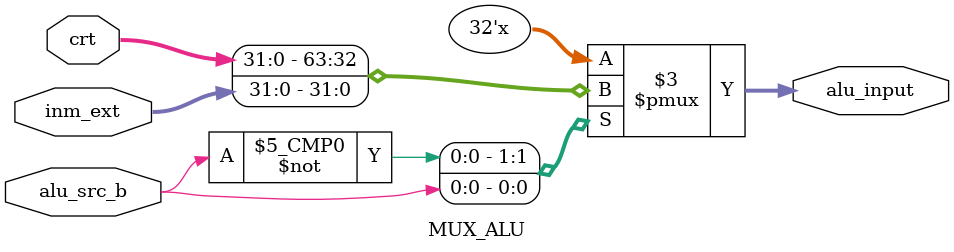
<source format=v>
`timescale 1ns / 1ps

// Modulo: Procesador Monociclo (TOP LEVEL)
module Procesador_Monociclo_out(clk,alu_output,zero,seu_en, alu_src_b, rf_wr, dm_wr, dm_rd,dw_sel,rw_sel,next_pc_sel,alu_op,dw,crs,crt,next_pc,pc,pc_inc,inst,inm_ext,alu_input,pc_equal,pc_jump, data_rd,rw,inm,opcode,funct,rs,rt,rd,shamnt,jump_address,pc_inc_ini);
    input clk;
	 output wire [31:0] alu_output;
	 output wire zero;
	
	 //Control_Unit: Señales de Control
	 output wire seu_en, alu_src_b, rf_wr, dm_wr, dm_rd;
	 output wire [1:0] dw_sel,rw_sel,next_pc_sel;
	 output wire [3:0] alu_op;	 
	 
	 //Señales de Entrada y Salida de los modulos
	 output wire [31:0] dw,crs,crt,next_pc,pc,pc_inc,inst,inm_ext,alu_input,pc_equal,pc_jump, data_rd;	 	 
	 output wire [4:0] rw;
	 
	
	 //Instrucciones
	 output wire [15:0] inm;
	 output wire [5:0] opcode,funct;
	 output wire [4:0] rs,rt,rd,shamnt;
	 output wire [25:0] jump_address;
	 output wire [3:0] pc_inc_ini;
	 
	 assign inm = inst[15:0];
	 assign opcode = inst[31:26];
	 assign funct = inst[5:0];
	 assign rs = inst[25:21];
	 assign rt = inst[20:16];
	 assign rd = inst[15:11];
	 assign shamnt = inst[10:6];
	 assign pc_inc_ini = pc_inc[31:28];
	 assign jump_address = inst[25:0];
	  
	 Program_Counter PC_adress (clk,next_pc,pc);	 
	 Instruction_Memory Instruction (pc, inst);
	 Control_Unit Control_Total (opcode, funct, zero, seu_en, alu_src_b, alu_op, dw_sel, rw_sel, rf_wr, dm_wr, dm_rd, next_pc_sel);
	 Register_File Archivo_Registro(rs,rt,dw,rw,rf_wr,clk,crs,crt);
	 SEU Unidad_Extension_Bits (inm,seu_en,inm_ext);	 
	 ALU Unidad_Aritmeticologica (crs, alu_input, shamnt, alu_op, alu_output);
	 Sumador_pc_inc Sumar_pc_jump (pc_inc, inm_ext, pc_equal);
	 Sumador_pc Sumar_pc (pc,pc_inc);
	 Ampersan Unidad_Concatenacion(pc_inc_ini, jump_address, pc_jump);
	 MUX_ALU alu_mux (crt, inm_ext, alu_src_b, alu_input);
	 MUX_PC pc_mux (pc_inc, pc_equal, pc_jump, crs, next_pc_sel, next_pc);
	 Data_Memory dato_memoria (alu_output, crt, dm_wr, dm_rd, data_rd);
	 MUX_DW dw_mux (pc_inc, data_rd, alu_output, dw_sel, dw);
	 MUX_RW rw_mux (rd,rt,rw_sel,rw);
	 Comparador Zero_Ouput(crs,alu_input,zero);
	 
	 
	 	 	
endmodule

module Procesador_Monociclo(clk, alu_output,zero);
    input clk;
	 output wire [31:0] alu_output;
	 output wire zero;
	
	 //Control_Unit: Señales de Control
	 wire seu_en, alu_src_b, rf_wr, dm_wr, dm_rd;
	 wire [1:0] dw_sel,rw_sel,next_pc_sel;
	 wire [3:0] alu_op;	 
	 
	 //Señales de Entrada y Salida de los modulos
	 wire [31:0] dw,crs,crt,next_pc,pc,pc_inc,inst,inm_ext,alu_input,pc_equal,pc_jump, data_rd;	 	 
	 wire [4:0] rw;
	 
	
	 //Instrucciones
	 wire [15:0] inm;
	 wire [5:0] opcode,funct;
	 wire [4:0] rs,rt,rd,shamnt;
	 wire [25:0] jump_address;
	 wire [3:0] pc_inc_ini;
	 
	 assign inm = inst[15:0];
	 assign opcode = inst[31:26];
	 assign funct = inst[5:0];
	 assign rs = inst[25:21];
	 assign rt = inst[20:16];
	 assign rd = inst[15:11];
	 assign shamnt = inst[10:6];
	 assign pc_inc_ini = pc_inc[31:28];
	 assign jump_address = inst[25:0];
	  
	 Program_Counter PC_adress (clk,next_pc,pc);	 
	 Instruction_Memory Instruction (pc, inst);
	 Control_Unit Control_Total (opcode, funct, zero, seu_en, alu_src_b, alu_op, dw_sel, rw_sel, rf_wr, dm_wr, dm_rd, next_pc_sel);
	 Register_File Archivo_Registro(rs,rt,dw,rw,rf_wr,clk,crs,crt);
	 SEU Unidad_Extension_Bits (inm,seu_en,inm_ext);	 
	 ALU Unidad_Aritmeticologica (crs, alu_input, shamnt, alu_op, alu_output);
	 Sumador_pc_inc Sumar_pc_jump (pc_inc, inm_ext, pc_equal);
	 Sumador_pc Sumar_pc (pc,pc_inc);
	 Ampersan Unidad_Concatenacion(pc_inc_ini, jump_address, pc_jump);
	 MUX_ALU alu_mux (crt, inm_ext, alu_src_b, alu_input);
	 MUX_PC pc_mux (pc_inc, pc_equal, pc_jump, crs, next_pc_sel, next_pc);
	 Data_Memory dato_memoria (alu_output, crt, dm_wr, dm_rd, data_rd);
	 MUX_DW dw_mux (pc_inc, data_rd, alu_output, dw_sel, dw);
	 MUX_RW rw_mux (rd,rt,rw_sel,rw);
	 Comparador Zero_Ouput(crs,alu_input,zero);
	 	 	
endmodule

module Comparador(crs,alu_input,zero);
	input [31:0] crs;
	input [31:0] alu_input;
	output reg zero;
	
	always@(crs or alu_input)
	begin
		if(crs==alu_input)
			zero='b1;
		else
			zero='b0;
	end
endmodule

// Control Unit envia las señales de control a cada modulo.
module Control_Unit(opcode, funct, zero,seu_en, alu_src_b, alu_op, dw_sel, rw_sel, rf_wr, dm_wr, dm_rd, next_pc_sel);
	input [5:0] opcode,funct;
	input zero;
	output reg seu_en,alu_src_b;
	output reg [3:0] alu_op;
	output reg [1:0] dw_sel,rw_sel,next_pc_sel;
	output reg rf_wr,dm_wr,dm_rd;
		
	initial begin alu_op = 4'b0000; alu_src_b ='b0; seu_en='b0; dm_wr='b0; dm_rd='b0; dw_sel=2'b00; rw_sel=2'b00; rf_wr='b0; next_pc_sel=2'b10; end
		 
	always@(opcode or funct or zero)
	begin
		case(opcode) //Tipo R
			6'b000000 : case(funct)
			   //ADD ADDU
				6'b100000: begin alu_op = 4'b0000; alu_src_b ='b0; seu_en='b0; dm_wr='b0; dm_rd='b0; dw_sel=2'b00; rw_sel=2'b00; rf_wr='b1; next_pc_sel=2'b00; end
				6'b100001: begin alu_op = 4'b0000; alu_src_b ='b0; seu_en='b0; dm_wr='b0; dm_rd='b0; dw_sel=2'b00; rw_sel=2'b00; rf_wr='b1; next_pc_sel=2'b00; end
				//SUB SUBU
				6'b100010: begin alu_op = 4'b0001; alu_src_b ='b0; seu_en='b0; dm_wr='b0; dm_rd='b0; dw_sel=2'b00; rw_sel=2'b00; rf_wr='b1; next_pc_sel=2'b00; end
				6'b100011: begin alu_op = 4'b0001; alu_src_b ='b0; seu_en='b0; dm_wr='b0; dm_rd='b0; dw_sel=2'b00; rw_sel=2'b00; rf_wr='b1; next_pc_sel=2'b00; end
				//AND
				6'b100100: begin alu_op = 4'b0010; alu_src_b ='b0; seu_en='b0; dm_wr='b0; dm_rd='b0; dw_sel=2'b00; rw_sel=2'b00; rf_wr='b1; next_pc_sel=2'b00; end
				//OR
				6'b100101: begin alu_op = 4'b0011; alu_src_b ='b0; seu_en='b0; dm_wr='b0; dm_rd='b0; dw_sel=2'b00; rw_sel=2'b00; rf_wr='b1; next_pc_sel=2'b00; end
				//SLL SRL
				6'b000000: begin alu_op = 4'b0100; alu_src_b ='b0; seu_en='b0; dm_wr='b0; dm_rd='b0; dw_sel=2'b00; rw_sel=2'b00; rf_wr='b1; next_pc_sel=2'b00; end
				6'b000010: begin alu_op = 4'b0101; alu_src_b ='b0; seu_en='b0; dm_wr='b0; dm_rd='b0; dw_sel=2'b00; rw_sel=2'b00; rf_wr='b1; next_pc_sel=2'b00; end
				//SLT SLTU
				6'b101010: begin alu_op = 4'b1000; alu_src_b ='b0; seu_en='b0; dm_wr='b0; dm_rd='b0; dw_sel=2'b00; rw_sel=2'b00; rf_wr='b1; next_pc_sel=2'b00; end
				6'b101011: begin alu_op = 4'b1000; alu_src_b ='b0; seu_en='b0; dm_wr='b0; dm_rd='b0; dw_sel=2'b00; rw_sel=2'b00; rf_wr='b1; next_pc_sel=2'b00; end
				//JUMP
				//JR
				6'b001000: begin alu_op = 4'b0000; alu_src_b ='b0; seu_en='b0; dm_wr='b0; dm_rd='b0; dw_sel=2'b00; rw_sel=2'b00; rf_wr='b0; next_pc_sel=2'b11; end
				default : begin alu_op = 4'b0000; alu_src_b ='b0; seu_en='b0; dm_wr='b0; dm_rd='b0; dw_sel=2'b00; rw_sel=2'b00; rf_wr='b0; next_pc_sel=2'b00; end
				//default :;
			endcase
			//ADDI ADDIU
			6'b001000: begin alu_op = 4'b0000; alu_src_b ='b1; seu_en='b0; dm_wr='b0; dm_rd='b0; dw_sel=2'b00; rw_sel=2'b01; rf_wr='b1; next_pc_sel=2'b00; end
			6'b001001: begin alu_op = 4'b0000; alu_src_b ='b1; seu_en='b0; dm_wr='b0; dm_rd='b0; dw_sel=2'b00; rw_sel=2'b01; rf_wr='b1; next_pc_sel=2'b00; end
			//ANDI
			6'b001100: begin alu_op = 4'b0010; alu_src_b ='b1; seu_en='b0; dm_wr='b0; dm_rd='b0; dw_sel=2'b00; rw_sel=2'b01; rf_wr='b1; next_pc_sel=2'b00; end
			//ORI
			6'b001101: begin alu_op = 4'b0011; alu_src_b ='b1; seu_en='b0; dm_wr='b0; dm_rd='b0; dw_sel=2'b00; rw_sel=2'b01; rf_wr='b1; next_pc_sel=2'b00; end
			//BEQ BNE
			6'b000100: begin alu_op = 4'b0000; alu_src_b ='b0; seu_en='b0; dm_wr='b0; dm_rd='b0; dw_sel=2'b00; rw_sel=2'b01; rf_wr='b0;  next_pc_sel=2'b00; if(zero==1)next_pc_sel=2'b01;	end
			6'b000101: begin alu_op = 4'b0000; alu_src_b ='b0; seu_en='b0; dm_wr='b0; dm_rd='b0; dw_sel=2'b00; rw_sel=2'b01; rf_wr='b0;  next_pc_sel=2'b00; if(zero==0)next_pc_sel=2'b01;	end
			//LW SW
			6'b100011: begin alu_op = 4'b0000; alu_src_b ='b1; seu_en='b0; dm_wr='b0; dm_rd='b1; dw_sel=2'b10; rw_sel=2'b01; rf_wr='b1; next_pc_sel=2'b00; end
			6'b100101: begin alu_op = 4'b0000; alu_src_b ='b1; seu_en='b0; dm_wr='b1; dm_rd='b0; dw_sel=2'b00; rw_sel=2'b01; rf_wr='b0; next_pc_sel=2'b00; end
			//SLTI SLTIU
			6'b001010: begin alu_op = 4'b1000; alu_src_b ='b1; seu_en='b0; dm_wr='b0; dm_rd='b0; dw_sel=2'b00; rw_sel=2'b01; rf_wr='b1; next_pc_sel=2'b00; end
			6'b001011: begin alu_op = 4'b1000; alu_src_b ='b1; seu_en='b0; dm_wr='b0; dm_rd='b0; dw_sel=2'b00; rw_sel=2'b01; rf_wr='b1; next_pc_sel=2'b00; end
			//JUMP
			//J JAL
			6'b000010: begin alu_op = 4'b0000; alu_src_b ='b1; seu_en='b0; dm_wr='b0; dm_rd='b0; dw_sel=2'b00; rw_sel=2'b01; rf_wr='b0; next_pc_sel=2'b10; end
			6'b000011: begin alu_op = 4'b0000; alu_src_b ='b1; seu_en='b0; dm_wr='b0; dm_rd='b0; dw_sel=2'b01; rw_sel=2'b11; rf_wr='b1; next_pc_sel=2'b01; end				
			default : begin alu_op = 4'b0000; alu_src_b ='b0; seu_en='b0; dm_wr='b0; dm_rd='b0; dw_sel=2'b00; rw_sel=2'b00; rf_wr='b0; next_pc_sel=2'b00; end
			//default:;
		endcase
	end	 
	 
	
endmodule

// Unidad Aritmeticologica (ALU) : Realiza las operaciones del procesador
module ALU(crs, alu_input, shamnt, alu_op, alu_output);
	input wire[31:0] crs,alu_input;
	input wire [4:0] shamnt;
	input wire [3:0] alu_op;
	output reg [31:0] alu_output;
	
	initial begin alu_output = 32'b0; end

	always@(alu_op or crs or alu_input or shamnt) 
	begin
		//$display("ENTROOOO");
		case(alu_op)
			//ADD ADDU ADDI ADDIU LW SW
			4'b0000 : begin alu_output = crs + alu_input; end
			//SUB SUBU SUBI
			4'b0001 : begin alu_output = crs - alu_input; end
			//MULT MULTU
			//4'b0100 : alu_output = crs * alu_input;
			//DIV DIVU
			//4'b0101 : alu_output = crs / alu_input;
			//AND ANDI
			4'b0010 : begin alu_output = crs & alu_input;  end
			//OR ORI
			4'b0011 : begin alu_output = crs | alu_input;  end
			//SLL
			4'b0100 : begin alu_output = crs << shamnt; end
			//SRL
			4'b0101 : begin alu_output = crs >> shamnt; end
			//BEQ
			4'b0110 : begin alu_output = 32'b0; end
			//BNQ
			4'b0111 : begin alu_output = 32'b0; end
			//SLT SLTU SLTI
			4'b1000 : begin if(crs<alu_input) alu_output=32'b1; else alu_output=32'b0; end
			default : begin alu_output = 32'b0; end
		endcase
	end

endmodule

// Memoria de Datos : Es la memoria del procesador
module Data_Memory(address, data_wr, dm_wr, dm_rd, data_rd);
	input wire [31:0] address,data_wr;
	input wire dm_wr,dm_rd;
	output reg [31:0] data_rd = 32'b0;
	reg [31:0] memory [0:7];
	
	always @(dm_wr or address or data_wr)
	begin
		if(dm_wr=='b1) 
			memory[address] = data_wr;		
	end

	always @(dm_rd or address ) 
	begin
		if(dm_rd=='b1) 
			data_rd = memory[address[3:0]];	
		else
			data_rd = 32'b0;
	end
	
endmodule



// Extiende el inmediate de 16 bits a 32 bitss.
module SEU(inmediate, seu_en, inm_ext);
	input wire [15:0] inmediate;
	input wire seu_en;
	output reg [31:0] inm_ext;
	
	always@(seu_en or inmediate) 
	begin
		case(seu_en)
			'b0 : inm_ext = {16'b0,inmediate};
			'b1 : inm_ext = {16'b1111111111111111,inmediate};		
			default : inm_ext = 32'b0;
		endcase
	end
	
endmodule


// Archivo de Registros: Lee y Escribe los 32 registros de la arquitectura MIPS
module Register_File(rs,rt,dw,rw,rf_wr,clk,crs,crt);
	input wire [4:0] rs,rt,rw;
	input wire [31:0] dw;
	input wire clk,rf_wr;
	output [31:0] crs,crt;
	
	//Registros 32x32
	 reg [31:0] registros [0:31];
	 
	 integer i;
	
	 initial begin
		for (i=0; i < 32; i=i+1)
		begin
			registros[i] = 32'b0;
		end
	 end
	 
	 always@(posedge clk) begin
			if(rf_wr == 'b1) 
				registros[rw] =dw;
	 end
	 
	 assign crs = registros[rs];
	 assign crt = registros[rt];
	
endmodule

// Instruction Memory: Devuelve la instruccion referente a la direccion de memoria enviada por el Program Counter
module Instruction_Memory(pc, inst);
	input [31:0] pc;
	output [31:0] inst;
	
	reg [31:0] memory [0:8];
	
	initial begin $readmemb("for.txt",memory,0,8); end
	assign inst = memory[pc>>2];
	
endmodule 

//Program Counter: Devuelve la direccion donde se encuentra almacenada la siguiente instruccion
module Program_Counter(clk, next_pc, pc);
	input wire [31:0] next_pc;
	input wire clk;
	output reg [31:0] pc;
	
	initial pc =32'b0;
	
	always@(posedge clk) begin
		pc = next_pc;
	end
	
endmodule

// Suma dos digitos binarios
module Sumador_pc_inc(pc_inc,inm_ext, result);
	input wire [31:0] pc_inc,inm_ext;
	output [31:0]  result;
	wire [31:0] inm_ext_sll;
	
	assign inm_ext_sll = inm_ext<<32'b10;
	assign result = pc_inc + inm_ext_sll;
	
endmodule

// Suma dos digitos binarios
module Sumador_pc(pc, pc_inc);
	input wire [31:0] pc;
	output [31:0] pc_inc;
	
	assign pc_inc = pc + 32'b100;
	
endmodule

//Unidad de Concatenacion de bits: Concatena el pc_inc con el jump_adress
module Ampersan(pc_inc, jump_address, pc_jump);
	input wire [25:0] jump_address;
	input wire [3:0] pc_inc;
	output [31:0] pc_jump;
	
	assign pc_jump = {pc_inc, jump_address, 2'b00};
	
endmodule

//MULTIPLEXORES
 
//Multiplexor del Registro rw: Direccion del dato a donde se va a a escribir -> Register_File
module MUX_RW(rd,rt,rw_sel,rw);
   input wire [4:0] rd,rt;   
	input wire [1:0] rw_sel;
   output reg [4:0] rw;	
	
	always @(rw_sel or rd or rt)
	begin
		case(rw_sel)
			'b01: rw = rt;
			'b10: rw = 5'b11111;
			'b00: rw = rd;
			default: ;
		endcase
	end
endmodule

//Multiplexor del registro dw: Direccion del dato que se desea escribir -> Register_File
module MUX_DW(pc_inc, data_rd, alu_output, dw_sel, dw);
	input wire [31:0] pc_inc,data_rd,alu_output;
	input wire [1:0] dw_sel;
	output reg [31:0] dw;
	
	always @(dw_sel or pc_inc or data_rd or alu_output )
	begin
		case(dw_sel)
			'b01: dw = pc_inc;
			'b10: dw = data_rd;
			'b00: dw = alu_output;
			default: dw = 32'b0;
		endcase
	end
endmodule

//Multiplexor del registro next_pc: Direccion de la siguiente instruccion a ejecutar -> Program_Counter
module MUX_PC(pc_inc, pc_equal, pc_jump, crs, next_pc_sel, next_pc);
	input wire[31:0] pc_inc,pc_equal,pc_jump,crs;
	input wire [1:0] next_pc_sel;
	output reg [31:0] next_pc;
	
	always @(next_pc_sel or pc_inc or pc_equal or pc_jump or crs)
	begin
		case(next_pc_sel)
			'b00 : next_pc = pc_inc;
			'b01 : next_pc =pc_equal;
			'b10 : next_pc = pc_jump;
			'b11 : next_pc = crs;
			default: next_pc = 32'b0;
		endcase
	end
endmodule

//Multiplexor de la entrada de la ALU : Elije entre el registro crt y inm_ext -> ALU
module MUX_ALU(crt, inm_ext, alu_src_b, alu_input);
	input wire [31:0] crt;
	input wire [31:0] inm_ext;
	input wire alu_src_b;
	output reg [31:0] alu_input;
	
	always @(alu_src_b or crt or inm_ext)
	begin
		case(alu_src_b)
			'b0 : alu_input= crt;
			'b1 : alu_input = inm_ext;
			default: alu_input= 32'b0;
		endcase
	end
endmodule

</source>
